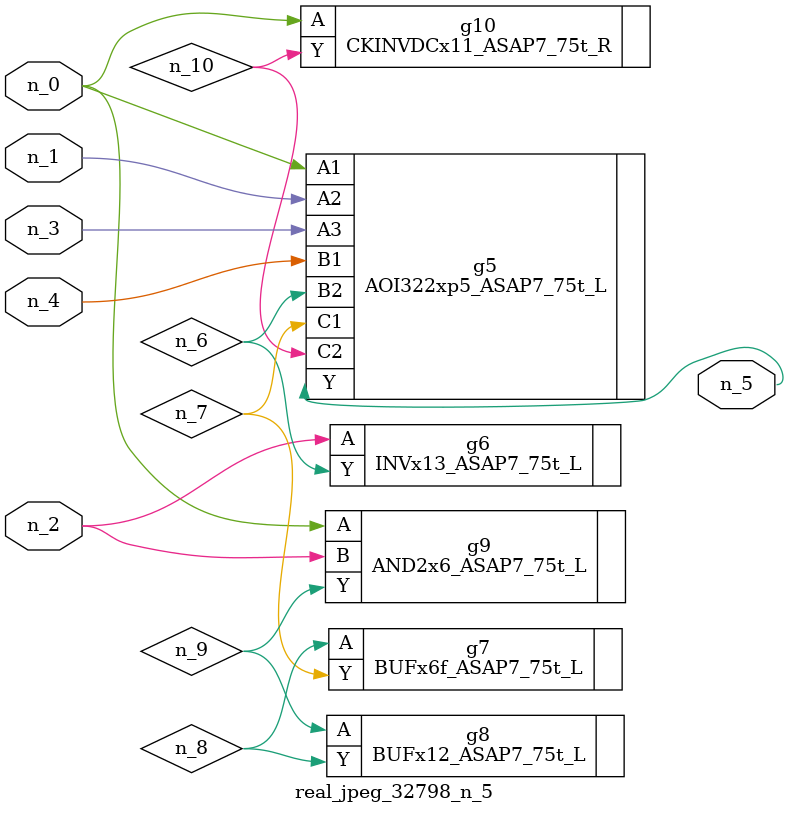
<source format=v>
module real_jpeg_32798_n_5 (n_4, n_0, n_1, n_2, n_3, n_5);

input n_4;
input n_0;
input n_1;
input n_2;
input n_3;

output n_5;

wire n_8;
wire n_6;
wire n_7;
wire n_10;
wire n_9;

AOI322xp5_ASAP7_75t_L g5 ( 
.A1(n_0),
.A2(n_1),
.A3(n_3),
.B1(n_4),
.B2(n_6),
.C1(n_7),
.C2(n_10),
.Y(n_5)
);

AND2x6_ASAP7_75t_L g9 ( 
.A(n_0),
.B(n_2),
.Y(n_9)
);

CKINVDCx11_ASAP7_75t_R g10 ( 
.A(n_0),
.Y(n_10)
);

INVx13_ASAP7_75t_L g6 ( 
.A(n_2),
.Y(n_6)
);

BUFx6f_ASAP7_75t_L g7 ( 
.A(n_8),
.Y(n_7)
);

BUFx12_ASAP7_75t_L g8 ( 
.A(n_9),
.Y(n_8)
);


endmodule
</source>
